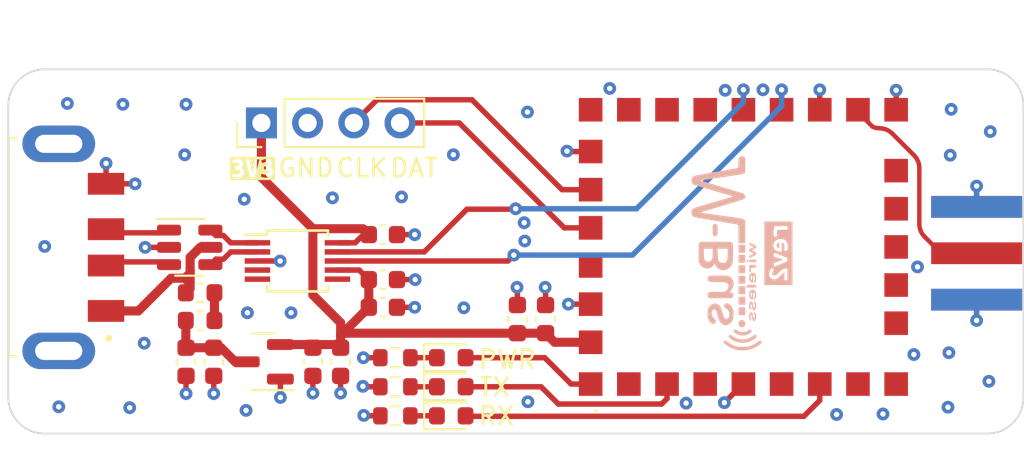
<source format=kicad_pcb>
(kicad_pcb (version 20211014) (generator pcbnew)
  (layers (0 "F.Cu" signal) (1 "In1.Cu" power) (2 "In2.Cu" power) (31 "B.Cu" signal) (34 "B.Paste" user) (35 "F.Paste" user) (36 "B.SilkS" user "B.Silkscreen") (37 "F.SilkS" user "F.Silkscreen") (38 "B.Mask" user) (39 "F.Mask" user) (44 "Edge.Cuts" user))
  (net 0 "")
  (net 16 "GND")
  (net 17 "+3.3V")
  (net 18 "VBUS")
  (net 19 "Net-(IC1-Pad16)")
  (net 20 "/UART_TX")
  (net 21 "/UART_RX")
  (net 22 "/DBG_CLK")
  (net 23 "/DBG_DATA")
  (net 24 "/USB_CONN_D-")
  (net 25 "/USB_CONN_D+")
  (net 26 "/USB_D+")
  (net 27 "/USB_D-")
  (net 31 "Net-(C3-Pad1)")
  (net 32 "Net-(D1-Pad2)")
  (net 33 "Net-(D2-Pad1)")
  (net 34 "Net-(D2-Pad2)")
  (net 35 "Net-(D3-Pad2)")
  (net 37 "Net-(F1-Pad2)")
  (net 38 "Net-(D1-Pad1)")
  (net 40 "Net-(D3-Pad1)")
  (footprint "Diode_SMD:D_0603_1608Metric" (layer "F.Cu") (at 90.0825 108.575)
    (fp_text reference "D1" hide)
    (fp_text value "PWR")
    (pad "1" smd roundrect (at -0.7875 0) (size 0.875 0.95) (layers "F.Cu" "F.Paste" "F.Mask") (net 38 "Net-(D1-Pad1)"))
    (pad "2" smd roundrect (at 0.7875 0) (size 0.875 0.95) (layers "F.Cu" "F.Paste" "F.Mask") (net 32 "Net-(D1-Pad2)"))
  )
  (footprint "Resistor_SMD:R_0603_1608Metric" (layer "F.Cu") (at 87.01 111.775 180)
    (fp_text reference "R3" hide)
    (fp_text value "1k")
    (pad "1" smd roundrect (at -0.825 0 180) (size 0.8 0.95) (layers "F.Cu" "F.Paste" "F.Mask") (net 40 "Net-(D3-Pad1)"))
    (pad "2" smd roundrect (at 0.825 0 180) (size 0.8 0.95) (layers "F.Cu" "F.Paste" "F.Mask") (net 16 "GND"))
  )
  (footprint "Diode_SMD:D_0603_1608Metric" (layer "F.Cu") (at 90.0825 110.175)
    (fp_text reference "D2" hide)
    (fp_text value "TX")
    (pad "1" smd roundrect (at -0.7875 0) (size 0.875 0.95) (layers "F.Cu" "F.Paste" "F.Mask") (net 33 "Net-(D2-Pad1)"))
    (pad "2" smd roundrect (at 0.7875 0) (size 0.875 0.95) (layers "F.Cu" "F.Paste" "F.Mask") (net 34 "Net-(D2-Pad2)"))
  )
  (footprint "Inductor_SMD:L_0603_1608Metric" (layer "F.Cu") (at 76.275 106.525 180)
    (fp_text reference "FB1" hide)
    (fp_text value "100R")
    (pad "1" smd roundrect (at -0.7875 0 180) (size 0.875 0.95) (layers "F.Cu" "F.Paste" "F.Mask") (net 37 "Net-(F1-Pad2)"))
    (pad "2" smd roundrect (at 0.7875 0 180) (size 0.875 0.95) (layers "F.Cu" "F.Paste" "F.Mask") (net 31 "Net-(C3-Pad1)"))
  )
  (footprint "Resistor_SMD:R_0603_1608Metric" (layer "F.Cu") (at 87.01 110.175 180)
    (fp_text reference "R2" hide)
    (fp_text value "1k")
    (pad "1" smd roundrect (at -0.825 0 180) (size 0.8 0.95) (layers "F.Cu" "F.Paste" "F.Mask") (net 33 "Net-(D2-Pad1)"))
    (pad "2" smd roundrect (at 0.825 0 180) (size 0.8 0.95) (layers "F.Cu" "F.Paste" "F.Mask") (net 16 "GND"))
  )
  (footprint "Connector_PinHeader_2.54mm:PinHeader_1x04_P2.54mm_Vertical" (layer "F.Cu") (at 79.645 95.65 90)
    (fp_text reference "J3" hide)
    (fp_text value "Conn_01x04_Male")
    (pad "1" thru_hole rect (at 0 0 90) (size 1.7 1.7) (drill 1) (layers *.Cu *.Mask) (net 17 "+3.3V"))
    (pad "2" thru_hole oval (at 0 2.54 90) (size 1.7 1.7) (drill 1) (layers *.Cu *.Mask) (net 16 "GND"))
    (pad "3" thru_hole oval (at 0 5.08 90) (size 1.7 1.7) (drill 1) (layers *.Cu *.Mask) (net 22 "/DBG_CLK"))
    (pad "4" thru_hole oval (at 0 7.62 90) (size 1.7 1.7) (drill 1) (layers *.Cu *.Mask) (net 23 "/DBG_DATA"))
  )
  (footprint "Capacitor_SMD:C_0603_1608Metric" (layer "F.Cu") (at 82.475 108.8 -90)
    (fp_text reference "C6" hide)
    (fp_text value "4.7uF")
    (pad "1" smd roundrect (at -0.775 0 270) (size 0.9 0.95) (layers "F.Cu" "F.Paste" "F.Mask") (net 17 "+3.3V"))
    (pad "2" smd roundrect (at 0.775 0 270) (size 0.9 0.95) (layers "F.Cu" "F.Paste" "F.Mask") (net 16 "GND"))
  )
  (footprint "Capacitor_SMD:C_0603_1608Metric" (layer "F.Cu") (at 77.025 108.8 -90)
    (fp_text reference "C4" hide)
    (fp_text value "1uF")
    (pad "1" smd roundrect (at -0.775 0 270) (size 0.9 0.95) (layers "F.Cu" "F.Paste" "F.Mask") (net 31 "Net-(C3-Pad1)"))
    (pad "2" smd roundrect (at 0.775 0 270) (size 0.9 0.95) (layers "F.Cu" "F.Paste" "F.Mask") (net 16 "GND"))
  )
  (footprint "Diode_SMD:D_0603_1608Metric" (layer "F.Cu") (at 90.0825 111.775)
    (fp_text reference "D3" hide)
    (fp_text value "RX")
    (pad "1" smd roundrect (at -0.7875 0) (size 0.875 0.95) (layers "F.Cu" "F.Paste" "F.Mask") (net 40 "Net-(D3-Pad1)"))
    (pad "2" smd roundrect (at 0.7875 0) (size 0.875 0.95) (layers "F.Cu" "F.Paste" "F.Mask") (net 35 "Net-(D3-Pad2)"))
  )
  (footprint "Capacitor_SMD:C_0603_1608Metric" (layer "F.Cu") (at 75.5 108.8 -90)
    (fp_text reference "C3" hide)
    (fp_text value "4.7uF")
    (pad "1" smd roundrect (at -0.775 0 270) (size 0.9 0.95) (layers "F.Cu" "F.Paste" "F.Mask") (net 31 "Net-(C3-Pad1)"))
    (pad "2" smd roundrect (at 0.775 0 270) (size 0.9 0.95) (layers "F.Cu" "F.Paste" "F.Mask") (net 16 "GND"))
  )
  (footprint "Package_SO:MSOP-10_3x3mm_P0.5mm" (layer "F.Cu") (at 81.625 103.25)
    (fp_text reference "U3" hide)
    (fp_text value "CH340E")
    (pad "1" smd rect (at -2.2 -1) (size 1.4 0.3) (layers "F.Cu" "F.Paste" "F.Mask") (net 26 "/USB_D+"))
    (pad "2" smd rect (at -2.2 -0.5) (size 1.4 0.3) (layers "F.Cu" "F.Paste" "F.Mask") (net 27 "/USB_D-"))
    (pad "3" smd rect (at -2.2 0) (size 1.4 0.3) (layers "F.Cu" "F.Paste" "F.Mask") (net 16 "GND"))
    (pad "4" smd rect (at -2.2 0.5) (size 1.4 0.3) (layers "F.Cu" "F.Paste" "F.Mask"))
    (pad "5" smd rect (at -2.2 1) (size 1.4 0.3) (layers "F.Cu" "F.Paste" "F.Mask"))
    (pad "6" smd rect (at 2.2 1) (size 1.4 0.3) (layers "F.Cu" "F.Paste" "F.Mask"))
    (pad "7" smd rect (at 2.2 0.5) (size 1.4 0.3) (layers "F.Cu" "F.Paste" "F.Mask") (net 17 "+3.3V"))
    (pad "8" smd rect (at 2.2 0) (size 1.4 0.3) (layers "F.Cu" "F.Paste" "F.Mask") (net 20 "/UART_TX"))
    (pad "9" smd rect (at 2.2 -0.5) (size 1.4 0.3) (layers "F.Cu" "F.Paste" "F.Mask") (net 21 "/UART_RX"))
    (pad "10" smd rect (at 2.2 -1) (size 1.4 0.3) (layers "F.Cu" "F.Paste" "F.Mask") (net 17 "+3.3V"))
  )
  (footprint "Package_TO_SOT_SMD:SOT-23" (layer "F.Cu") (at 79.75 108.8 180)
    (fp_text reference "U2" hide)
    (fp_text value "XC6206P332MR")
    (pad "1" smd roundrect (at -0.9375 -0.95 180) (size 1.475 0.6) (layers "F.Cu" "F.Paste" "F.Mask") (net 16 "GND"))
    (pad "2" smd roundrect (at -0.9375 0.95 180) (size 1.475 0.6) (layers "F.Cu" "F.Paste" "F.Mask") (net 17 "+3.3V"))
    (pad "3" smd roundrect (at 0.9375 0 180) (size 1.475 0.6) (layers "F.Cu" "F.Paste" "F.Mask") (net 31 "Net-(C3-Pad1)"))
  )
  (footprint "kibuzzard-6361777F" (layer "F.Cu") (at 79.145 98.15)
    (fp_text reference "kibuzzard-6361777F" hide)
    (fp_text value "G***" hide)
  )
  (footprint "Capacitor_SMD:C_0603_1608Metric" (layer "F.Cu") (at 95.27 106.45 90)
    (fp_text reference "C2" hide)
    (fp_text value "10u")
    (pad "1" smd roundrect (at -0.775 0 90) (size 0.9 0.95) (layers "F.Cu" "F.Paste" "F.Mask") (net 17 "+3.3V"))
    (pad "2" smd roundrect (at 0.775 0 90) (size 0.9 0.95) (layers "F.Cu" "F.Paste" "F.Mask") (net 16 "GND"))
  )
  (footprint "Capacitor_SMD:C_0603_1608Metric" (layer "F.Cu") (at 86.325 104.275)
    (fp_text reference "C7" hide)
    (fp_text value "0.1u")
    (pad "1" smd roundrect (at -0.775 0) (size 0.9 0.95) (layers "F.Cu" "F.Paste" "F.Mask") (net 17 "+3.3V"))
    (pad "2" smd roundrect (at 0.775 0) (size 0.9 0.95) (layers "F.Cu" "F.Paste" "F.Mask") (net 16 "GND"))
  )
  (footprint "Capacitor_SMD:C_0603_1608Metric" (layer "F.Cu") (at 86.325 101.8)
    (fp_text reference "C9" hide)
    (fp_text value "0.1u")
    (pad "1" smd roundrect (at -0.775 0) (size 0.9 0.95) (layers "F.Cu" "F.Paste" "F.Mask") (net 17 "+3.3V"))
    (pad "2" smd roundrect (at 0.775 0) (size 0.9 0.95) (layers "F.Cu" "F.Paste" "F.Mask") (net 16 "GND"))
  )
  (footprint "wmbus:SMA-SMD_BWSMA-KE-P001" (layer "F.Cu") (at 118.975 102.825)
    (fp_text reference "J2" hide)
    (fp_text value "Conn_Coaxial" hide)
    (pad "1" smd rect (at 0 0) (size 5 1.2) (layers "F.Cu" "F.Paste" "F.Mask") (net 19 "Net-(IC1-Pad16)"))
    (pad "2" smd rect (at 0 -2.55) (size 5 1.2) (layers "F.Cu" "F.Paste" "F.Mask") (net 16 "GND"))
    (pad "3" smd rect (at 0 -2.55) (size 5 1.2) (layers "B.Cu" "B.Paste" "B.Mask") (net 16 "GND"))
    (pad "4" smd rect (at 0 2.55) (size 5 1.2) (layers "B.Cu" "B.Paste" "B.Mask") (net 16 "GND"))
    (pad "5" smd rect (at 0 2.55) (size 5 1.2) (layers "F.Cu" "F.Paste" "F.Mask") (net 16 "GND"))
  )
  (footprint "wmbus:MOLEX_480-37-1000" (layer "F.Cu") (at 68.5 102.5 -90)
    (fp_text reference "J1" hide)
    (fp_text value "480-37-1000")
    (pad "" np_thru_hole circle (at 2.25 0 270) (size 1.25 1.25) (drill 1.25) (layers *.Cu *.Mask))
    (pad "" np_thru_hole circle (at -2.25 0 270) (size 1.25 1.25) (drill 1.25) (layers *.Cu *.Mask))
    (pad "1" smd rect (at 3.5 -2.6 270) (size 1.2 2) (layers "F.Cu" "F.Paste" "F.Mask") (net 18 "VBUS"))
    (pad "2" smd rect (at 1 -2.6 270) (size 1.2 2) (layers "F.Cu" "F.Paste" "F.Mask") (net 24 "/USB_CONN_D-"))
    (pad "3" smd rect (at -1 -2.6 270) (size 1.2 2) (layers "F.Cu" "F.Paste" "F.Mask") (net 25 "/USB_CONN_D+"))
    (pad "4" smd rect (at -3.5 -2.6 270) (size 1.2 2) (layers "F.Cu" "F.Paste" "F.Mask") (net 16 "GND"))
    (pad "S1" thru_hole oval (at -5.7 0 270) (size 2 4) (drill oval 1 2.6) (layers *.Cu *.Mask))
    (pad "S2" thru_hole oval (at 5.7 0 270) (size 2 4) (drill oval 1 2.6) (layers *.Cu *.Mask))
  )
  (footprint "Package_TO_SOT_SMD:SOT-23-6" (layer "F.Cu") (at 75.7 102.5)
    (fp_text reference "U1" hide)
    (fp_text value "USBLC6-2SC6")
    (pad "1" smd roundrect (at -1.1375 -0.95) (size 1.325 0.6) (layers "F.Cu" "F.Paste" "F.Mask") (net 25 "/USB_CONN_D+"))
    (pad "2" smd roundrect (at -1.1375 0) (size 1.325 0.6) (layers "F.Cu" "F.Paste" "F.Mask") (net 16 "GND"))
    (pad "3" smd roundrect (at -1.1375 0.95) (size 1.325 0.6) (layers "F.Cu" "F.Paste" "F.Mask") (net 24 "/USB_CONN_D-"))
    (pad "4" smd roundrect (at 1.1375 0.95) (size 1.325 0.6) (layers "F.Cu" "F.Paste" "F.Mask") (net 27 "/USB_D-"))
    (pad "5" smd roundrect (at 1.1375 0) (size 1.325 0.6) (layers "F.Cu" "F.Paste" "F.Mask") (net 18 "VBUS"))
    (pad "6" smd roundrect (at 1.1375 -0.95) (size 1.325 0.6) (layers "F.Cu" "F.Paste" "F.Mask") (net 26 "/USB_D+"))
  )
  (footprint "Capacitor_SMD:C_0603_1608Metric" (layer "F.Cu") (at 86.325 105.8)
    (fp_text reference "C5" hide)
    (fp_text value "10u")
    (pad "1" smd roundrect (at -0.775 0) (size 0.9 0.95) (layers "F.Cu" "F.Paste" "F.Mask") (net 17 "+3.3V"))
    (pad "2" smd roundrect (at 0.775 0) (size 0.9 0.95) (layers "F.Cu" "F.Paste" "F.Mask") (net 16 "GND"))
  )
  (footprint "Capacitor_SMD:C_0603_1608Metric" (layer "F.Cu") (at 93.72 106.45 90)
    (fp_text reference "C1" hide)
    (fp_text value "0.1u")
    (pad "1" smd roundrect (at -0.775 0 90) (size 0.9 0.95) (layers "F.Cu" "F.Paste" "F.Mask") (net 17 "+3.3V"))
    (pad "2" smd roundrect (at 0.775 0 90) (size 0.9 0.95) (layers "F.Cu" "F.Paste" "F.Mask") (net 16 "GND"))
  )
  (footprint "Fuse:Fuse_0603_1608Metric" (layer "F.Cu") (at 76.275 105)
    (fp_text reference "F1" hide)
    (fp_text value "SMD0603-020")
    (pad "1" smd roundrect (at -0.7875 0) (size 0.875 0.95) (layers "F.Cu" "F.Paste" "F.Mask") (net 18 "VBUS"))
    (pad "2" smd roundrect (at 0.7875 0) (size 0.875 0.95) (layers "F.Cu" "F.Paste" "F.Mask") (net 37 "Net-(F1-Pad2)"))
  )
  (footprint "Capacitor_SMD:C_0603_1608Metric" (layer "F.Cu") (at 84 108.8 -90)
    (fp_text reference "C8" hide)
    (fp_text value "1uF")
    (pad "1" smd roundrect (at -0.775 0 270) (size 0.9 0.95) (layers "F.Cu" "F.Paste" "F.Mask") (net 17 "+3.3V"))
    (pad "2" smd roundrect (at 0.775 0 270) (size 0.9 0.95) (layers "F.Cu" "F.Paste" "F.Mask") (net 16 "GND"))
  )
  (footprint "wmbus:IM871A" (layer "F.Cu") (at 106.15 102.475 90)
    (fp_text reference "IC1" hide)
    (fp_text value "IM871A" hide)
    (pad "1" smd rect (at -7.55 -8.4 180) (size 1.3 1.3) (layers "F.Cu" "F.Paste" "F.Mask") (net 32 "Net-(D1-Pad2)"))
    (pad "2" smd rect (at -7.55 -6.3 180) (size 1.3 1.3) (layers "F.Cu" "F.Paste" "F.Mask"))
    (pad "3" smd rect (at -7.55 -4.2 180) (size 1.3 1.3) (layers "F.Cu" "F.Paste" "F.Mask") (net 34 "Net-(D2-Pad2)"))
    (pad "4" smd rect (at -7.55 -2.1 180) (size 1.3 1.3) (layers "F.Cu" "F.Paste" "F.Mask"))
    (pad "5" smd rect (at -7.55 0 180) (size 1.3 1.3) (layers "F.Cu" "F.Paste" "F.Mask") (net 16 "GND"))
    (pad "6" smd rect (at -7.55 2.1 180) (size 1.3 1.3) (layers "F.Cu" "F.Paste" "F.Mask"))
    (pad "7" smd rect (at -7.55 4.2 180) (size 1.3 1.3) (layers "F.Cu" "F.Paste" "F.Mask") (net 35 "Net-(D3-Pad2)"))
    (pad "8" smd rect (at -7.55 6.3 180) (size 1.3 1.3) (layers "F.Cu" "F.Paste" "F.Mask"))
    (pad "9" smd rect (at -7.55 8.4 180) (size 1.3 1.3) (layers "F.Cu" "F.Paste" "F.Mask"))
    (pad "10" smd rect (at -4.2 8.4 180) (size 1.3 1.3) (layers "F.Cu" "F.Paste" "F.Mask"))
    (pad "11" smd rect (at -2.1 8.4 180) (size 1.3 1.3) (layers "F.Cu" "F.Paste" "F.Mask"))
    (pad "12" smd rect (at 0 8.4 180) (size 1.3 1.3) (layers "F.Cu" "F.Paste" "F.Mask"))
    (pad "13" smd rect (at 2.1 8.4 180) (size 1.3 1.3) (layers "F.Cu" "F.Paste" "F.Mask"))
    (pad "14" smd rect (at 4.2 8.4 180) (size 1.3 1.3) (layers "F.Cu" "F.Paste" "F.Mask"))
    (pad "15" smd rect (at 7.55 8.4 180) (size 1.3 1.3) (layers "F.Cu" "F.Paste" "F.Mask") (net 16 "GND"))
    (pad "16" smd rect (at 7.55 6.3 180) (size 1.3 1.3) (layers "F.Cu" "F.Paste" "F.Mask") (net 19 "Net-(IC1-Pad16)"))
    (pad "17" smd rect (at 7.55 4.2 180) (size 1.3 1.3) (layers "F.Cu" "F.Paste" "F.Mask") (net 16 "GND"))
    (pad "18" smd rect (at 7.55 2.1 180) (size 1.3 1.3) (layers "F.Cu" "F.Paste" "F.Mask") (net 20 "/UART_TX"))
    (pad "19" smd rect (at 7.55 0 180) (size 1.3 1.3) (layers "F.Cu" "F.Paste" "F.Mask") (net 21 "/UART_RX"))
    (pad "20" smd rect (at 7.55 -2.1 180) (size 1.3 1.3) (layers "F.Cu" "F.Paste" "F.Mask"))
    (pad "21" smd rect (at 7.55 -4.2 180) (size 1.3 1.3) (layers "F.Cu" "F.Paste" "F.Mask"))
    (pad "22" smd rect (at 7.55 -6.3 180) (size 1.3 1.3) (layers "F.Cu" "F.Paste" "F.Mask"))
    (pad "23" smd rect (at 7.55 -8.4 180) (size 1.3 1.3) (layers "F.Cu" "F.Paste" "F.Mask"))
    (pad "24" smd rect (at 5.25 -8.4 180) (size 1.3 1.3) (layers "F.Cu" "F.Paste" "F.Mask") (net 16 "GND"))
    (pad "25" smd rect (at 3.15 -8.4 180) (size 1.3 1.3) (layers "F.Cu" "F.Paste" "F.Mask") (net 22 "/DBG_CLK"))
    (pad "26" smd rect (at 1.05 -8.4 180) (size 1.3 1.3) (layers "F.Cu" "F.Paste" "F.Mask") (net 23 "/DBG_DATA"))
    (pad "27" smd rect (at -1.05 -8.4 180) (size 1.3 1.3) (layers "F.Cu" "F.Paste" "F.Mask"))
    (pad "28" smd rect (at -3.15 -8.4 180) (size 1.3 1.3) (layers "F.Cu" "F.Paste" "F.Mask") (net 16 "GND"))
    (pad "29" smd rect (at -5.25 -8.4 180) (size 1.3 1.3) (layers "F.Cu" "F.Paste" "F.Mask") (net 17 "+3.3V"))
  )
  (footprint "Resistor_SMD:R_0603_1608Metric" (layer "F.Cu") (at 87.01 108.575 180)
    (fp_text reference "R1" hide)
    (fp_text value "1k")
    (pad "1" smd roundrect (at -0.825 0 180) (size 0.8 0.95) (layers "F.Cu" "F.Paste" "F.Mask") (net 38 "Net-(D1-Pad1)"))
    (pad "2" smd roundrect (at 0.825 0 180) (size 0.8 0.95) (layers "F.Cu" "F.Paste" "F.Mask") (net 16 "GND"))
  )
  (footprint "LOGO" (layer "B.Cu") (at 105.120493 102.825956 -90)
    (fp_text reference "G***" hide)
    (fp_text value "LOGO" hide)
  )
  (footprint "kibuzzard-636EC376" (layer "B.Cu") (at 108.075 102.825001 -90)
    (fp_text reference "kibuzzard-636EC376" hide)
    (fp_text value "G***" hide)
  )
  (gr_line (start 65.725 110.75) (end 65.725 94.7) (layer "Edge.Cuts") (width 0.1))
  (gr_arc (start 119.560786 92.7) (mid 120.971191 93.286444) (end 121.55 94.7) (layer "Edge.Cuts") (width 0.1))
  (gr_arc (start 67.725 112.75) (mid 66.310786 112.164214) (end 65.725 110.75) (layer "Edge.Cuts") (width 0.1))
  (gr_line (start 67.725 112.75) (end 119.560786 112.75) (layer "Edge.Cuts") (width 0.1))
  (gr_line (start 121.55 110.75) (end 121.55 94.7) (layer "Edge.Cuts") (width 0.1))
  (gr_arc (start 65.725 94.7) (mid 66.310786 93.285786) (end 67.725 92.7) (layer "Edge.Cuts") (width 0.1))
  (gr_line (start 67.725 92.7) (end 119.560786 92.7) (layer "Edge.Cuts") (width 0.1))
  (gr_arc (start 121.55 110.75) (mid 120.971191 112.163555) (end 119.560786 112.75) (layer "Edge.Cuts") (width 0.1))
  (gr_text "TX" (at 92.46 110.2) (layer "F.SilkS") (effects (font (size 1 1))))
  (gr_text "PWR" (at 93.164285 108.675) (layer "F.SilkS") (effects (font (size 1 1))))
  (gr_text "RX" (at 92.56 111.78) (layer "F.SilkS") (effects (font (size 1 1))))
  (gr_text "DAT" (at 88.045 98.125) (layer "F.SilkS") (effects (font (size 1 1))))
  (gr_text "GND" (at 82.095 98.125) (layer "F.SilkS") (effects (font (size 1 1))))
  (gr_text "CLK" (at 85.17 98.125) (layer "F.SilkS") (effects (font (size 1 1))))
  (segment (start 88.1 104.275) (end 87.1 104.275) (width 0.3) (layer "F.Cu") (net 16))
  (segment (start 71.1 99) (end 72.7 99) (width 0.3) (layer "F.Cu") (net 16))
  (segment (start 110.35 93.825) (end 110.35 94.925) (width 0.3) (layer "F.Cu") (net 16))
  (segment (start 84 109.575) (end 84 110.525) (width 0.3) (layer "F.Cu") (net 16))
  (segment (start 88.075 105.8) (end 87.1 105.8) (width 0.3) (layer "F.Cu") (net 16))
  (segment (start 77.025 109.575) (end 77.025 110.55) (width 0.3) (layer "F.Cu") (net 16))
  (segment (start 106.15 110.025) (end 106.12658 110.025) (width 0.3) (layer "F.Cu") (net 16))
  (segment (start 82.475 109.575) (end 82.475 110.525) (width 0.3) (layer "F.Cu") (net 16))
  (segment (start 95.25 104.7) (end 95.27 104.72) (width 0.3) (layer "F.Cu") (net 16))
  (segment (start 87.1 101.8) (end 88.075 101.8) (width 0.3) (layer "F.Cu") (net 16))
  (segment (start 118.975 106.525) (end 118.975 105.375) (width 0.3) (layer "F.Cu") (net 16))
  (segment (start 86.185 110.175) (end 85.25 110.175) (width 0.3) (layer "F.Cu") (net 16))
  (segment (start 97.75 97.225) (end 96.475 97.225) (width 0.3) (layer "F.Cu") (net 16))
  (segment (start 86.185 108.575) (end 85.25 108.575) (width 0.3) (layer "F.Cu") (net 16))
  (segment (start 74.5625 102.5) (end 73.25 102.5) (width 0.3) (layer "F.Cu") (net 16))
  (segment (start 96.475 97.225) (end 96.45 97.2) (width 0.3) (layer "F.Cu") (net 16))
  (segment (start 85.25 110.175) (end 85.225 110.15) (width 0.3) (layer "F.Cu") (net 16))
  (segment (start 85.3 111.775) (end 86.185 111.775) (width 0.3) (layer "F.Cu") (net 16))
  (segment (start 118.975 99.125) (end 118.975 100.275) (width 0.3) (layer "F.Cu") (net 16))
  (segment (start 80.6875 109.75) (end 80.6875 110.7625) (width 0.3) (layer "F.Cu") (net 16))
  (segment (start 93.7 104.7) (end 93.72 104.72) (width 0.3) (layer "F.Cu") (net 16))
  (segment (start 95.27 104.72) (end 95.27 105.675) (width 0.3) (layer "F.Cu") (net 16))
  (segment (start 97.75 105.625) (end 96.525 105.625) (width 0.3) (layer "F.Cu") (net 16))
  (segment (start 114.55 94.925) (end 114.55 93.85) (width 0.3) (layer "F.Cu") (net 16))
  (segment (start 71.1 99) (end 71.1 97.875) (width 0.3) (layer "F.Cu") (net 16))
  (segment (start 106.12658 110.025) (end 105.102671 111.048909) (width 0.3) (layer "F.Cu") (net 16))
  (segment (start 79.425 103.25) (end 80.675 103.25) (width 0.3) (layer "F.Cu") (net 16))
  (segment (start 85.275 111.75) (end 85.3 111.775) (width 0.3) (layer "F.Cu") (net 16))
  (segment (start 75.5 109.575) (end 75.5 110.55) (width 0.3) (layer "F.Cu") (net 16))
  (segment (start 93.72 104.72) (end 93.72 105.675) (width 0.3) (layer "F.Cu") (net 16))
  (via (at 115.525 108.4) (size 0.7) (drill 0.3) (layers "F.Cu" "B.Cu") (net 16))
  (via (at 80.675 103.25) (size 0.7) (drill 0.3) (layers "F.Cu" "B.Cu") (net 16))
  (via (at 117.4 111.3) (size 0.7) (drill 0.3) (layers "F.Cu" "B.Cu") (net 16))
  (via (at 72.4 111.325) (size 0.7) (drill 0.3) (layers "F.Cu" "B.Cu") (net 16))
  (via (at 71.1 97.875) (size 0.7) (drill 0.3) (layers "F.Cu" "B.Cu") (net 16))
  (via (at 94.09459 101.142197) (size 0.7) (drill 0.3) (layers "F.Cu" "B.Cu") (net 16))
  (via (at 107.225 93.825) (size 0.7) (drill 0.3) (layers "F.Cu" "B.Cu") (net 16))
  (via (at 68.975 94.575) (size 0.7) (drill 0.3) (layers "F.Cu" "B.Cu") (net 16))
  (via (at 117.45 108.3) (size 0.7) (drill 0.3) (layers "F.Cu" "B.Cu") (net 16))
  (via (at 68.5 111.275) (size 0.7) (drill 0.3) (layers "F.Cu" "B.Cu") (net 16))
  (via (at 82.475 110.525) (size 0.7) (drill 0.3) (layers "F.Cu" "B.Cu") (net 16))
  (via (at 81.275 106.1) (size 0.7) (drill 0.3) (layers "F.Cu" "B.Cu") (net 16))
  (via (at 103 111.075) (size 0.7) (drill 0.3) (layers "F.Cu" "B.Cu") (net 16))
  (via (at 72.025 94.625) (size 0.7) (drill 0.3) (layers "F.Cu" "B.Cu") (net 16))
  (via (at 117.575 94.9) (size 0.7) (drill 0.3) (layers "F.Cu" "B.Cu") (net 16))
  (via (at 90.775 105.825) (size 0.7) (drill 0.3) (layers "F.Cu" "B.Cu") (net 16))
  (via (at 119.725 96.125) (size 0.7) (drill 0.3) (layers "F.Cu" "B.Cu") (net 16))
  (via (at 96.45 97.2) (size 0.7) (drill 0.3) (layers "F.Cu" "B.Cu") (net 16))
  (via (at 72.7 99) (size 0.7) (drill 0.3) (layers "F.Cu" "B.Cu") (net 16))
  (via (at 113.825 111.675) (size 0.7) (drill 0.3) (layers "F.Cu" "B.Cu") (net 16))
  (via (at 87.35 99.725) (size 0.7) (drill 0.3) (layers "F.Cu" "B.Cu") (net 16))
  (via (at 75.425 97.4) (size 0.7) (drill 0.3) (layers "F.Cu" "B.Cu") (net 16))
  (via (at 90.2 97.4) (size 0.7) (drill 0.3) (layers "F.Cu" "B.Cu") (net 16))
  (via (at 115.725 103.575) (size 0.7) (drill 0.3) (layers "F.Cu" "B.Cu") (net 16))
  (via (at 78.8 111.475) (size 0.7) (drill 0.3) (layers "F.Cu" "B.Cu") (net 16))
  (via (at 80.6875 110.7625) (size 0.7) (drill 0.3) (layers "F.Cu" "B.Cu") (net 16))
  (via (at 119.65 109.875) (size 0.7) (drill 0.3) (layers "F.Cu" "B.Cu") (net 16))
  (via (at 88.1 104.275) (size 0.7) (drill 0.3) (layers "F.Cu" "B.Cu") (net 16))
  (via (at 73.25 102.5) (size 0.7) (drill 0.3) (layers "F.Cu" "B.Cu") (net 16))
  (via (at 95.25 104.7) (size 0.7) (drill 0.3) (layers "F.Cu" "B.Cu") (net 16))
  (via (at 85.275 111.75) (size 0.7) (drill 0.3) (layers "F.Cu" "B.Cu") (net 16))
  (via (at 94.275 95.05) (size 0.7) (drill 0.3) (layers "F.Cu" "B.Cu") (net 16))
  (via (at 111.275 111.7) (size 0.7) (drill 0.3) (layers "F.Cu" "B.Cu") (net 16))
  (via (at 93.7 104.7) (size 0.7) (drill 0.3) (layers "F.Cu" "B.Cu") (net 16))
  (via (at 75.5 110.55) (size 0.7) (drill 0.3) (layers "F.Cu" "B.Cu") (net 16))
  (via (at 118.975 99.125) (size 0.7) (drill 0.3) (layers "F.Cu" "B.Cu") (net 16))
  (via (at 78.875 106.1) (size 0.7) (drill 0.3) (layers "F.Cu" "B.Cu") (net 16))
  (via (at 114.55 93.85) (size 0.7) (drill 0.3) (layers "F.Cu" "B.Cu") (net 16))
  (via (at 105.102671 111.048909) (size 0.7) (drill 0.3) (layers "F.Cu" "B.Cu") (net 16))
  (via (at 73.2 107.775) (size 0.7) (drill 0.3) (layers "F.Cu" "B.Cu") (net 16))
  (via (at 88.075 105.8) (size 0.7) (drill 0.3) (layers "F.Cu" "B.Cu") (net 16))
  (via (at 67.725 102.45) (size 0.7) (drill 0.3) (layers "F.Cu" "B.Cu") (net 16))
  (via (at 75.5 94.625) (size 0.7) (drill 0.3) (layers "F.Cu" "B.Cu") (net 16))
  (via (at 105.148218 93.852861) (size 0.7) (drill 0.3) (layers "F.Cu" "B.Cu") (net 16))
  (via (at 98.8 93.75) (size 0.7) (drill 0.3) (layers "F.Cu" "B.Cu") (net 16))
  (via (at 118.975 106.525) (size 0.7) (drill 0.3) (layers "F.Cu" "B.Cu") (net 16))
  (via (at 85.225 110.15) (size 0.7) (drill 0.3) (layers "F.Cu" "B.Cu") (net 16))
  (via (at 117.525 97.425) (size 0.7) (drill 0.3) (layers "F.Cu" "B.Cu") (net 16))
  (via (at 77.025 110.55) (size 0.7) (drill 0.3) (layers "F.Cu" "B.Cu") (net 16))
  (via (at 85.25 108.575) (size 0.7) (drill 0.3) (layers "F.Cu" "B.Cu") (net 16))
  (via (at 88.075 101.8) (size 0.7) (drill 0.3) (layers "F.Cu" "B.Cu") (net 16))
  (via (at 83.55 99.775) (size 0.7) (drill 0.3) (layers "F.Cu" "B.Cu") (net 16))
  (via (at 94.3 111) (size 0.7) (drill 0.3) (layers "F.Cu" "B.Cu") (net 16))
  (via (at 110.35 93.825) (size 0.7) (drill 0.3) (layers "F.Cu" "B.Cu") (net 16))
  (via (at 96.525 105.625) (size 0.7) (drill 0.3) (layers "F.Cu" "B.Cu") (net 16))
  (via (at 84 110.525) (size 0.7) (drill 0.3) (layers "F.Cu" "B.Cu") (net 16))
  (via (at 78.7 99.85) (size 0.7) (drill 0.3) (layers "F.Cu" "B.Cu") (net 16))
  (via (at 94.125 102.15) (size 0.7) (drill 0.3) (layers "F.Cu" "B.Cu") (net 16))
  (segment (start 118.975 100.275) (end 118.975 99.125) (width 0.3) (layer "B.Cu") (net 16))
  (segment (start 118.975 106.525) (end 118.975 105.375) (width 0.3) (layer "B.Cu") (net 16))
  (segment (start 84.175 107.225) (end 84 107.4) (width 0.5) (layer "F.Cu") (net 17))
  (segment (start 83.825 102.25) (end 84.8 102.25) (width 0.3) (layer "F.Cu") (net 17))
  (segment (start 97.75 107.725) (end 95.77 107.725) (width 0.5) (layer "F.Cu") (net 17))
  (segment (start 79.645 98.645) (end 79.645 95.65) (width 0.5) (layer "F.Cu") (net 17))
  (segment (start 85.55 105.8) (end 85.55 104.275) (width 0.5) (layer "F.Cu") (net 17))
  (segment (start 84.45 107.225) (end 84.175 107.225) (width 0.5) (layer "F.Cu") (net 17))
  (segment (start 95.27 107.225) (end 93.72 107.225) (width 0.5) (layer "F.Cu") (net 17))
  (segment (start 84.125 107.225) (end 84 107.35) (width 0.5) (layer "F.Cu") (net 17))
  (segment (start 84.8 102.25) (end 85.25 101.8) (width 0.3) (layer "F.Cu") (net 17))
  (segment (start 84.45 107.225) (end 84.125 107.225) (width 0.5) (layer "F.Cu") (net 17))
  (segment (start 82.475 105.125) (end 82.475 101.475) (width 0.5) (layer "F.Cu") (net 17))
  (segment (start 84 107.35) (end 84 106.65) (width 0.5) (layer "F.Cu") (net 17))
  (segment (start 83.825 107.85) (end 84 108.025) (width 0.5) (layer "F.Cu") (net 17))
  (segment (start 95.77 107.725) (end 95.27 107.225) (width 0.5) (layer "F.Cu") (net 17))
  (segment (start 82.475 101.475) (end 79.645 98.645) (width 0.5) (layer "F.Cu") (net 17))
  (segment (start 83.825 103.75) (end 85.025 103.75) (width 0.3) (layer "F.Cu") (net 17))
  (segment (start 84 107.4) (end 84 107.35) (width 0.5) (layer "F.Cu") (net 17))
  (segment (start 80.6875 107.85) (end 83.825 107.85) (width 0.5) (layer "F.Cu") (net 17))
  (segment (start 84 106.65) (end 82.475 105.125) (width 0.5) (layer "F.Cu") (net 17))
  (segment (start 93.72 107.225) (end 84.45 107.225) (width 0.5) (layer "F.Cu") (net 17))
  (segment (start 85.225 101.475) (end 85.55 101.8) (width 0.5) (layer "F.Cu") (net 17))
  (segment (start 84 108.025) (end 84 107.4) (width 0.5) (layer "F.Cu") (net 17))
  (segment (start 85.25 101.8) (end 85.55 101.8) (width 0.3) (layer "F.Cu") (net 17))
  (segment (start 85.025 103.75) (end 85.55 104.275) (width 0.3) (layer "F.Cu") (net 17))
  (segment (start 84 107.35) (end 85.55 105.8) (width 0.5) (layer "F.Cu") (net 17))
  (segment (start 82.475 101.475) (end 85.225 101.475) (width 0.5) (layer "F.Cu") (net 17))
  (segment (start 75.436764 104.2) (end 75.725 103.911764) (width 0.5) (layer "F.Cu") (net 18))
  (segment (start 72.875 106) (end 74.675 104.2) (width 0.5) (layer "F.Cu") (net 18))
  (segment (start 75.725 104.7625) (end 75.4875 105) (width 0.5) (layer "F.Cu") (net 18))
  (segment (start 75.436764 104.2) (end 75.636764 104.4) (width 0.5) (layer "F.Cu") (net 18))
  (segment (start 75.725 103.911764) (end 75.725 103.798528) (width 0.5) (layer "F.Cu") (net 18))
  (segment (start 71.1 106) (end 72.875 106) (width 0.5) (layer "F.Cu") (net 18))
  (segment (start 75.725 103.798528) (end 75.725 103.05) (width 0.5) (layer "F.Cu") (net 18))
  (segment (start 75.725 104.4) (end 75.725 104.7625) (width 0.5) (layer "F.Cu") (net 18))
  (segment (start 75.725 103.798528) (end 75.725 104.4) (width 0.5) (layer "F.Cu") (net 18))
  (segment (start 75.636764 104.4) (end 75.725 104.4) (width 0.5) (layer "F.Cu") (net 18))
  (segment (start 75.725 103.05) (end 76.275 102.5) (width 0.5) (layer "F.Cu") (net 18))
  (segment (start 76.275 102.5) (end 76.8375 102.5) (width 0.5) (layer "F.Cu") (net 18))
  (segment (start 74.675 104.2) (end 75.436764 104.2) (width 0.5) (layer "F.Cu") (net 18))
  (segment (start 118.975 102.825) (end 117.025 102.825) (width 0.245) (layer "F.Cu") (net 19))
  (segment (start 113.245207 95.8485) (end 112.45 95.053293) (width 0.245) (layer "F.Cu") (net 19))
  (segment (start 112.45 95.053293) (end 112.45 94.925) (width 0.245) (layer "F.Cu") (net 19))
  (segment (start 115.532107 97.432107) (end 114.335393 96.235393) (width 0.245) (layer "F.Cu") (net 19))
  (segment (start 117.025 102.825) (end 116.117893 101.917893) (width 0.245) (layer "F.Cu") (net 19))
  (segment (start 115.825 101.210786) (end 115.825 98.139214) (width 0.245) (layer "F.Cu") (net 19))
  (arc (start 116.117893 101.917893) (mid 115.90112 101.593469) (end 115.825 101.210786) (width 0.245) (layer "F.Cu") (net 19))
  (arc (start 115.825 98.139214) (mid 115.74888 97.75653) (end 115.532107 97.432107) (width 0.245) (layer "F.Cu") (net 19))
  (arc (start 114.335393 96.235393) (mid 114.010969 96.01862) (end 113.628286 95.9425) (width 0.245) (layer "F.Cu") (net 19))
  (arc (start 113.628286 95.9425) (mid 113.431305 95.918202) (end 113.245207 95.8485) (width 0.245) (layer "F.Cu") (net 19))
  (segment (start 108.25 93.825) (end 108.25 94.925) (width 0.3) (layer "F.Cu") (net 20))
  (segment (start 93.525 102.925) (end 93.2 103.25) (width 0.3) (layer "F.Cu") (net 20))
  (segment (start 93.2 103.25) (end 83.825 103.25) (width 0.3) (layer "F.Cu") (net 20))
  (via (at 108.25 93.825) (size 0.7) (drill 0.3) (layers "F.Cu" "B.Cu") (net 20))
  (via (at 93.525 102.925) (size 0.7) (drill 0.3) (layers "F.Cu" "B.Cu") (net 20))
  (segment (start 108.25 93.825) (end 108.25 94.725) (width 0.3) (layer "B.Cu") (net 20))
  (segment (start 108.25 94.725) (end 100.05 102.925) (width 0.3) (layer "B.Cu") (net 20))
  (segment (start 100.05 102.925) (end 93.525 102.925) (width 0.3) (layer "B.Cu") (net 20))
  (segment (start 93.6 100.4) (end 90.95 100.4) (width 0.3) (layer "F.Cu") (net 21))
  (segment (start 88.6 102.75) (end 83.825 102.75) (width 0.3) (layer "F.Cu") (net 21))
  (segment (start 106.15 93.825) (end 106.15 94.925) (width 0.3) (layer "F.Cu") (net 21))
  (segment (start 90.95 100.4) (end 88.6 102.75) (width 0.3) (layer "F.Cu") (net 21))
  (segment (start 93.625 100.375) (end 93.6 100.4) (width 0.3) (layer "F.Cu") (net 21))
  (via (at 106.15 93.825) (size 0.7) (drill 0.3) (layers "F.Cu" "B.Cu") (net 21))
  (via (at 93.625 100.375) (size 0.7) (drill 0.3) (layers "F.Cu" "B.Cu") (net 21))
  (segment (start 100.275 100.375) (end 93.625 100.375) (width 0.3) (layer "B.Cu") (net 21))
  (segment (start 106.15 93.825) (end 106.15 94.5) (width 0.3) (layer "B.Cu") (net 21))
  (segment (start 106.15 94.5) (end 100.275 100.375) (width 0.3) (layer "B.Cu") (net 21))
  (segment (start 91.225 94.375) (end 86 94.375) (width 0.3) (layer "F.Cu") (net 22))
  (segment (start 86 94.375) (end 84.725 95.65) (width 0.3) (layer "F.Cu") (net 22))
  (segment (start 97.75 99.325) (end 96.175 99.325) (width 0.3) (layer "F.Cu") (net 22))
  (segment (start 96.175 99.325) (end 91.225 94.375) (width 0.3) (layer "F.Cu") (net 22))
  (segment (start 90.525 95.65) (end 87.265 95.65) (width 0.3) (layer "F.Cu") (net 23))
  (segment (start 96.3 101.425) (end 90.525 95.65) (width 0.3) (layer "F.Cu") (net 23))
  (segment (start 97.75 101.425) (end 96.3 101.425) (width 0.3) (layer "F.Cu") (net 23))
  (segment (start 74.142893 103.45) (end 74.5625 103.45) (width 0.3) (layer "F.Cu") (net 24))
  (segment (start 73.992893 103.3) (end 74.142893 103.45) (width 0.3) (layer "F.Cu") (net 24))
  (segment (start 71.1 103.5) (end 71.5 103.5) (width 0.3) (layer "F.Cu") (net 24))
  (segment (start 71.7 103.3) (end 73.992893 103.3) (width 0.3) (layer "F.Cu") (net 24))
  (segment (start 71.5 103.5) (end 71.7 103.3) (width 0.3) (layer "F.Cu") (net 24))
  (segment (start 73.992893 101.7) (end 74.142893 101.55) (width 0.3) (layer "F.Cu") (net 25))
  (segment (start 71.7 101.7) (end 73.992893 101.7) (width 0.3) (layer "F.Cu") (net 25))
  (segment (start 71.1 101.5) (end 71.5 101.5) (width 0.3) (layer "F.Cu") (net 25))
  (segment (start 74.142893 101.55) (end 74.5625 101.55) (width 0.3) (layer "F.Cu") (net 25))
  (segment (start 71.5 101.5) (end 71.7 101.7) (width 0.3) (layer "F.Cu") (net 25))
  (segment (start 76.8375 101.55) (end 77.1375 101.85) (width 0.3) (layer "F.Cu") (net 26))
  (segment (start 77.1375 101.85) (end 77.557107 101.85) (width 0.3) (layer "F.Cu") (net 26))
  (segment (start 77.557107 101.85) (end 77.957107 102.25) (width 0.3) (layer "F.Cu") (net 26))
  (segment (start 77.957107 102.25) (end 79.425 102.25) (width 0.3) (layer "F.Cu") (net 26))
  (segment (start 76.8375 103.45) (end 77.1375 103.15) (width 0.3) (layer "F.Cu") (net 27))
  (segment (start 77.957107 102.75) (end 79.425 102.75) (width 0.3) (layer "F.Cu") (net 27))
  (segment (start 77.557107 103.15) (end 77.957107 102.75) (width 0.3) (layer "F.Cu") (net 27))
  (segment (start 77.1375 103.15) (end 77.557107 103.15) (width 0.3) (layer "F.Cu") (net 27))
  (segment (start 75.4875 108.0125) (end 75.5 108.025) (width 0.5) (layer "F.Cu") (net 31))
  (segment (start 75.4875 106.525) (end 75.4875 108.0125) (width 0.5) (layer "F.Cu") (net 31))
  (segment (start 77.425 108.025) (end 78.2 108.8) (width 0.5) (layer "F.Cu") (net 31))
  (segment (start 78.2 108.8) (end 78.8125 108.8) (width 0.5) (layer "F.Cu") (net 31))
  (segment (start 75.5 108.025) (end 77.425 108.025) (width 0.5) (layer "F.Cu") (net 31))
  (segment (start 95.225 108.575) (end 90.87 108.575) (width 0.3) (layer "F.Cu") (net 32))
  (segment (start 96.675 110.025) (end 95.225 108.575) (width 0.3) (layer "F.Cu") (net 32))
  (segment (start 97.75 110.025) (end 96.675 110.025) (width 0.3) (layer "F.Cu") (net 32))
  (segment (start 89.295 110.175) (end 87.835 110.175) (width 0.3) (layer "F.Cu") (net 33))
  (segment (start 101.65 111.125) (end 95.975 111.125) (width 0.3) (layer "F.Cu") (net 34))
  (segment (start 95.975 111.125) (end 95.025 110.175) (width 0.3) (layer "F.Cu") (net 34))
  (segment (start 101.95 110.825) (end 101.65 111.125) (width 0.3) (layer "F.Cu") (net 34))
  (segment (start 101.95 110.025) (end 101.95 110.825) (width 0.3) (layer "F.Cu") (net 34))
  (segment (start 95.025 110.175) (end 90.87 110.175) (width 0.3) (layer "F.Cu") (net 34))
  (segment (start 109.475 111.8) (end 90.895 111.8) (width 0.3) (layer "F.Cu") (net 35))
  (segment (start 110.35 110.025) (end 110.35 110.925) (width 0.3) (layer "F.Cu") (net 35))
  (segment (start 90.895 111.8) (end 90.87 111.775) (width 0.3) (layer "F.Cu") (net 35))
  (segment (start 110.35 110.925) (end 109.475 111.8) (width 0.3) (layer "F.Cu") (net 35))
  (segment (start 77.0625 105) (end 77.0625 106.525) (width 0.5) (layer "F.Cu") (net 37))
  (segment (start 89.295 108.575) (end 87.835 108.575) (width 0.3) (layer "F.Cu") (net 38))
  (segment (start 89.295 111.775) (end 87.835 111.775) (width 0.3) (layer "F.Cu") (net 40))
)
</source>
